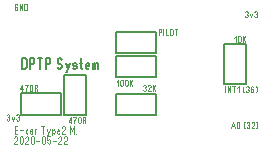
<source format=gbr>
%FSLAX34Y34*%
%MOMM*%
%LNCOPPER_BOTTOM*%
G71*
G01*
%ADD10C, 0.10*%
%ADD11C, 0.15*%
%ADD12C, 0.16*%
%ADD13C, 0.11*%
%LPD*%
G54D10*
X26467Y992473D02*
X27533Y992473D01*
X27533Y990806D01*
X27267Y990140D01*
X26733Y989806D01*
X26200Y989806D01*
X25667Y990140D01*
X25400Y990806D01*
X25400Y994140D01*
X25667Y994806D01*
X26200Y995140D01*
X26733Y995140D01*
X27267Y994806D01*
X27533Y994140D01*
G54D10*
X29400Y989806D02*
X29400Y995140D01*
X31533Y989806D01*
X31533Y995140D01*
G54D10*
X33400Y989806D02*
X33400Y995140D01*
X34733Y995140D01*
X35267Y994806D01*
X35533Y994140D01*
X35533Y990806D01*
X35267Y990140D01*
X34733Y989806D01*
X33400Y989806D01*
G54D10*
X18653Y900874D02*
X18920Y901541D01*
X19453Y901874D01*
X19986Y901874D01*
X20520Y901541D01*
X20786Y900874D01*
X20786Y900207D01*
X20520Y899541D01*
X19986Y899207D01*
X20520Y898874D01*
X20786Y898207D01*
X20786Y897541D01*
X20520Y896874D01*
X19986Y896541D01*
X19453Y896541D01*
X18920Y896874D01*
X18653Y897541D01*
G54D10*
X22653Y899541D02*
X23720Y896541D01*
X24786Y899541D01*
G54D10*
X26653Y900874D02*
X26920Y901541D01*
X27453Y901874D01*
X27986Y901874D01*
X28520Y901541D01*
X28786Y900874D01*
X28786Y900207D01*
X28520Y899541D01*
X27986Y899207D01*
X28520Y898874D01*
X28786Y898207D01*
X28786Y897541D01*
X28520Y896874D01*
X27986Y896541D01*
X27453Y896541D01*
X26920Y896874D01*
X26653Y897541D01*
G54D10*
X220266Y988186D02*
X220532Y988853D01*
X221066Y989186D01*
X221599Y989186D01*
X222132Y988853D01*
X222399Y988186D01*
X222399Y987520D01*
X222132Y986853D01*
X221599Y986520D01*
X222132Y986186D01*
X222399Y985520D01*
X222399Y984853D01*
X222132Y984186D01*
X221599Y983853D01*
X221066Y983853D01*
X220532Y984186D01*
X220266Y984853D01*
G54D10*
X224266Y986853D02*
X225332Y983853D01*
X226399Y986853D01*
G54D10*
X228266Y988186D02*
X228532Y988853D01*
X229066Y989186D01*
X229599Y989186D01*
X230132Y988853D01*
X230399Y988186D01*
X230399Y987520D01*
X230132Y986853D01*
X229599Y986520D01*
X230132Y986186D01*
X230399Y985520D01*
X230399Y984853D01*
X230132Y984186D01*
X229599Y983853D01*
X229066Y983853D01*
X228532Y984186D01*
X228266Y984853D01*
G54D10*
X203597Y920353D02*
X203597Y925686D01*
G54D10*
X205464Y920353D02*
X205464Y925686D01*
X207597Y920353D01*
X207597Y925686D01*
G54D10*
X210531Y920353D02*
X210531Y925686D01*
G54D10*
X209464Y925686D02*
X211597Y925686D01*
G54D10*
X213464Y923686D02*
X214797Y925686D01*
X214797Y920353D01*
G54D10*
X219384Y925686D02*
X218851Y925353D01*
X218584Y924686D01*
X218584Y921353D01*
X218851Y920686D01*
X219384Y920353D01*
G54D10*
X221251Y924686D02*
X221518Y925353D01*
X222051Y925686D01*
X222584Y925686D01*
X223118Y925353D01*
X223384Y924686D01*
X223384Y924020D01*
X223118Y923353D01*
X222584Y923020D01*
X223118Y922686D01*
X223384Y922020D01*
X223384Y921353D01*
X223118Y920686D01*
X222584Y920353D01*
X222051Y920353D01*
X221518Y920686D01*
X221251Y921353D01*
G54D10*
X227384Y924686D02*
X227118Y925353D01*
X226584Y925686D01*
X226051Y925686D01*
X225518Y925353D01*
X225251Y924686D01*
X225251Y923020D01*
X225251Y922686D01*
X226051Y923353D01*
X226584Y923353D01*
X227118Y923020D01*
X227384Y922353D01*
X227384Y921353D01*
X227118Y920686D01*
X226584Y920353D01*
X226051Y920353D01*
X225518Y920686D01*
X225251Y921353D01*
X225251Y923020D01*
G54D10*
X229251Y925686D02*
X229784Y925353D01*
X230051Y924686D01*
X230051Y921353D01*
X229784Y920686D01*
X229251Y920353D01*
G54D10*
X208756Y890191D02*
X210090Y895524D01*
X211423Y890191D01*
G54D10*
X209290Y892191D02*
X210890Y892191D01*
G54D10*
X213290Y890191D02*
X213290Y895524D01*
X214624Y895524D01*
X215157Y895191D01*
X215424Y894524D01*
X215424Y891191D01*
X215157Y890524D01*
X214624Y890191D01*
X213290Y890191D01*
G54D10*
X220010Y895524D02*
X219477Y895191D01*
X219210Y894524D01*
X219210Y891191D01*
X219477Y890524D01*
X220010Y890191D01*
G54D10*
X221877Y894524D02*
X222144Y895191D01*
X222677Y895524D01*
X223211Y895524D01*
X223744Y895191D01*
X224011Y894524D01*
X224011Y893857D01*
X223744Y893191D01*
X223211Y892857D01*
X223744Y892524D01*
X224011Y891857D01*
X224011Y891191D01*
X223744Y890524D01*
X223211Y890191D01*
X222677Y890191D01*
X222144Y890524D01*
X221877Y891191D01*
G54D10*
X228011Y890191D02*
X225877Y890191D01*
X225877Y890524D01*
X226144Y891191D01*
X227744Y893191D01*
X228011Y893857D01*
X228011Y894524D01*
X227744Y895191D01*
X227211Y895524D01*
X226677Y895524D01*
X226144Y895191D01*
X225877Y894524D01*
G54D10*
X229877Y895524D02*
X230411Y895191D01*
X230677Y894524D01*
X230677Y891191D01*
X230411Y890524D01*
X229877Y890191D01*
G54D11*
X67366Y935369D02*
X85366Y935369D01*
X85366Y901369D01*
X67366Y901369D01*
X67366Y935369D01*
G54D11*
X30330Y901497D02*
X30330Y919497D01*
X64330Y919497D01*
X64330Y901497D01*
X30330Y901497D01*
G54D10*
X31762Y921544D02*
X31762Y926877D01*
X30162Y923544D01*
X30162Y922877D01*
X32296Y922877D01*
G54D10*
X34162Y926877D02*
X36296Y926877D01*
X36029Y926210D01*
X35496Y925210D01*
X34962Y923877D01*
X34696Y922877D01*
X34696Y921544D01*
G54D10*
X40296Y925877D02*
X40296Y922544D01*
X40029Y921877D01*
X39496Y921544D01*
X38962Y921544D01*
X38429Y921877D01*
X38162Y922544D01*
X38162Y925877D01*
X38429Y926544D01*
X38962Y926877D01*
X39496Y926877D01*
X40029Y926544D01*
X40296Y925877D01*
G54D10*
X43229Y924210D02*
X44029Y923544D01*
X44296Y922877D01*
X44296Y921544D01*
G54D10*
X42162Y921544D02*
X42162Y926877D01*
X43496Y926877D01*
X44029Y926544D01*
X44296Y925877D01*
X44296Y925210D01*
X44029Y924544D01*
X43496Y924210D01*
X42162Y924210D01*
G54D10*
X72641Y894159D02*
X72641Y899493D01*
X71041Y896159D01*
X71041Y895493D01*
X73174Y895493D01*
G54D10*
X75041Y899493D02*
X77174Y899493D01*
X76907Y898826D01*
X76374Y897826D01*
X75841Y896493D01*
X75574Y895493D01*
X75574Y894159D01*
G54D10*
X81174Y898493D02*
X81174Y895159D01*
X80907Y894493D01*
X80374Y894159D01*
X79841Y894159D01*
X79307Y894493D01*
X79041Y895159D01*
X79041Y898493D01*
X79307Y899159D01*
X79841Y899493D01*
X80374Y899493D01*
X80907Y899159D01*
X81174Y898493D01*
G54D10*
X84107Y896826D02*
X84907Y896159D01*
X85174Y895493D01*
X85174Y894159D01*
G54D10*
X83041Y894159D02*
X83041Y899493D01*
X84374Y899493D01*
X84907Y899159D01*
X85174Y898493D01*
X85174Y897826D01*
X84907Y897159D01*
X84374Y896826D01*
X83041Y896826D01*
G54D11*
X144960Y971422D02*
X144960Y953422D01*
X110960Y953422D01*
X110960Y971422D01*
X144960Y971422D01*
G54D11*
X144960Y951182D02*
X144960Y933182D01*
X110960Y933182D01*
X110960Y951182D01*
X144960Y951182D01*
G54D10*
X111522Y929243D02*
X112855Y931243D01*
X112855Y925909D01*
G54D10*
X116855Y930243D02*
X116855Y926909D01*
X116589Y926243D01*
X116055Y925909D01*
X115522Y925909D01*
X114989Y926243D01*
X114722Y926909D01*
X114722Y930243D01*
X114989Y930909D01*
X115522Y931243D01*
X116055Y931243D01*
X116589Y930909D01*
X116855Y930243D01*
G54D10*
X120855Y930243D02*
X120855Y926909D01*
X120589Y926243D01*
X120055Y925909D01*
X119522Y925909D01*
X118989Y926243D01*
X118722Y926909D01*
X118722Y930243D01*
X118989Y930909D01*
X119522Y931243D01*
X120055Y931243D01*
X120589Y930909D01*
X120855Y930243D01*
G54D10*
X122722Y925909D02*
X122722Y931243D01*
G54D10*
X122722Y927576D02*
X124855Y931243D01*
G54D10*
X123522Y928576D02*
X124855Y925909D01*
G54D11*
X144960Y919432D02*
X144960Y901432D01*
X110960Y901432D01*
X110960Y919432D01*
X144960Y919432D01*
G54D10*
X134144Y925877D02*
X134410Y926544D01*
X134944Y926877D01*
X135477Y926877D01*
X136010Y926544D01*
X136277Y925877D01*
X136277Y925210D01*
X136010Y924544D01*
X135477Y924210D01*
X136010Y923877D01*
X136277Y923210D01*
X136277Y922544D01*
X136010Y921877D01*
X135477Y921544D01*
X134944Y921544D01*
X134410Y921877D01*
X134144Y922544D01*
G54D10*
X140277Y921544D02*
X138144Y921544D01*
X138144Y921877D01*
X138410Y922544D01*
X140010Y924544D01*
X140277Y925210D01*
X140277Y925877D01*
X140010Y926544D01*
X139477Y926877D01*
X138944Y926877D01*
X138410Y926544D01*
X138144Y925877D01*
G54D10*
X142144Y921544D02*
X142144Y926877D01*
G54D10*
X142144Y923210D02*
X144277Y926877D01*
G54D10*
X142944Y924210D02*
X144277Y921544D01*
G54D11*
X220700Y927166D02*
X202700Y927166D01*
X202700Y961166D01*
X220700Y961166D01*
X220700Y927166D01*
G54D10*
X211138Y966152D02*
X212471Y968152D01*
X212471Y962819D01*
G54D10*
X216471Y967152D02*
X216471Y963819D01*
X216204Y963152D01*
X215671Y962819D01*
X215138Y962819D01*
X214604Y963152D01*
X214338Y963819D01*
X214338Y967152D01*
X214604Y967819D01*
X215138Y968152D01*
X215671Y968152D01*
X216204Y967819D01*
X216471Y967152D01*
G54D10*
X218338Y962819D02*
X218338Y968152D01*
G54D10*
X218338Y964485D02*
X220471Y968152D01*
G54D10*
X219138Y965485D02*
X220471Y962819D01*
G54D10*
X147241Y968772D02*
X147241Y974105D01*
X148574Y974105D01*
X149107Y973772D01*
X149374Y973105D01*
X149374Y972438D01*
X149107Y971772D01*
X148574Y971438D01*
X147241Y971438D01*
G54D10*
X151241Y968772D02*
X151241Y974105D01*
G54D10*
X153108Y974105D02*
X153108Y968772D01*
X154974Y968772D01*
G54D10*
X158975Y973105D02*
X158975Y969772D01*
X158708Y969105D01*
X158175Y968772D01*
X157642Y968772D01*
X157108Y969105D01*
X156842Y969772D01*
X156842Y973105D01*
X157108Y973772D01*
X157642Y974105D01*
X158175Y974105D01*
X158708Y973772D01*
X158975Y973105D01*
G54D10*
X161908Y968772D02*
X161908Y974105D01*
G54D10*
X160842Y974105D02*
X162975Y974105D01*
G54D12*
X31750Y940197D02*
X31750Y949086D01*
X33972Y949086D01*
X34861Y948530D01*
X35306Y947419D01*
X35306Y941864D01*
X34861Y940752D01*
X33972Y940197D01*
X31750Y940197D01*
G54D12*
X38417Y940197D02*
X38417Y949086D01*
X40639Y949086D01*
X41528Y948530D01*
X41973Y947419D01*
X41973Y946308D01*
X41528Y945197D01*
X40639Y944641D01*
X38417Y944641D01*
G54D12*
X46862Y940197D02*
X46862Y949086D01*
G54D12*
X45084Y949086D02*
X48640Y949086D01*
G54D12*
X51751Y940197D02*
X51751Y949086D01*
X53973Y949086D01*
X54862Y948530D01*
X55307Y947419D01*
X55307Y946308D01*
X54862Y945197D01*
X53973Y944641D01*
X51751Y944641D01*
G54D12*
X61618Y941864D02*
X62062Y940752D01*
X62951Y940197D01*
X63840Y940197D01*
X64729Y940752D01*
X65174Y941864D01*
X65174Y942975D01*
X64729Y944086D01*
X63840Y944641D01*
X62951Y944641D01*
X62062Y945197D01*
X61618Y946308D01*
X61618Y947419D01*
X62062Y948530D01*
X62951Y949086D01*
X63840Y949086D01*
X64729Y948530D01*
X65174Y947419D01*
G54D12*
X68285Y945197D02*
X70063Y940197D01*
X71841Y945197D01*
G54D12*
X70063Y940197D02*
X69618Y938530D01*
X69174Y937975D01*
X68729Y937975D01*
G54D12*
X74952Y940752D02*
X75841Y940197D01*
X76730Y940197D01*
X77619Y940752D01*
X77619Y941864D01*
X77174Y942419D01*
X75396Y942975D01*
X74952Y943530D01*
X74952Y944641D01*
X75841Y945197D01*
X76730Y945197D01*
X77619Y944641D01*
G54D12*
X81619Y949086D02*
X81619Y940752D01*
X82063Y940197D01*
X82508Y940419D01*
G54D12*
X80730Y945197D02*
X82508Y945197D01*
G54D12*
X88286Y940752D02*
X87575Y940197D01*
X86686Y940197D01*
X85797Y940752D01*
X85619Y941864D01*
X85619Y943752D01*
X86063Y944864D01*
X86952Y945197D01*
X87841Y944864D01*
X88286Y944086D01*
X88286Y942975D01*
X85619Y942975D01*
G54D12*
X91397Y940197D02*
X91397Y945197D01*
G54D12*
X91397Y944308D02*
X92286Y945197D01*
X93175Y944864D01*
X93619Y944086D01*
X93619Y940197D01*
G54D12*
X93619Y944308D02*
X94508Y945197D01*
X95397Y944864D01*
X95841Y944086D01*
X95841Y940197D01*
G54D13*
X27497Y876840D02*
X25008Y876840D01*
X25008Y877229D01*
X25319Y878006D01*
X27186Y880340D01*
X27497Y881118D01*
X27497Y881895D01*
X27186Y882673D01*
X26564Y883062D01*
X25941Y883062D01*
X25319Y882673D01*
X25008Y881895D01*
G54D13*
X32164Y881895D02*
X32164Y878006D01*
X31853Y877229D01*
X31231Y876840D01*
X30608Y876840D01*
X29986Y877229D01*
X29675Y878006D01*
X29675Y881895D01*
X29986Y882673D01*
X30608Y883062D01*
X31231Y883062D01*
X31853Y882673D01*
X32164Y881895D01*
G54D13*
X36831Y876840D02*
X34342Y876840D01*
X34342Y877229D01*
X34653Y878006D01*
X36520Y880340D01*
X36831Y881118D01*
X36831Y881895D01*
X36520Y882673D01*
X35898Y883062D01*
X35275Y883062D01*
X34653Y882673D01*
X34342Y881895D01*
G54D13*
X41498Y881895D02*
X41498Y878006D01*
X41187Y877229D01*
X40565Y876840D01*
X39942Y876840D01*
X39320Y877229D01*
X39009Y878006D01*
X39009Y881895D01*
X39320Y882673D01*
X39942Y883062D01*
X40565Y883062D01*
X41187Y882673D01*
X41498Y881895D01*
G54D13*
X43676Y879562D02*
X46165Y879562D01*
G54D13*
X50832Y881895D02*
X50832Y878006D01*
X50521Y877229D01*
X49899Y876840D01*
X49276Y876840D01*
X48654Y877229D01*
X48343Y878006D01*
X48343Y881895D01*
X48654Y882673D01*
X49276Y883062D01*
X49899Y883062D01*
X50521Y882673D01*
X50832Y881895D01*
G54D13*
X55499Y883062D02*
X53010Y883062D01*
X53010Y880340D01*
X53321Y880340D01*
X53943Y880729D01*
X54566Y880729D01*
X55188Y880340D01*
X55499Y879562D01*
X55499Y878006D01*
X55188Y877229D01*
X54566Y876840D01*
X53943Y876840D01*
X53321Y877229D01*
X53010Y878006D01*
G54D13*
X57677Y879562D02*
X60166Y879562D01*
G54D13*
X64833Y876840D02*
X62344Y876840D01*
X62344Y877229D01*
X62655Y878006D01*
X64522Y880340D01*
X64833Y881118D01*
X64833Y881895D01*
X64522Y882673D01*
X63900Y883062D01*
X63277Y883062D01*
X62655Y882673D01*
X62344Y881895D01*
G54D13*
X69500Y876840D02*
X67011Y876840D01*
X67011Y877229D01*
X67322Y878006D01*
X69189Y880340D01*
X69500Y881118D01*
X69500Y881895D01*
X69189Y882673D01*
X68567Y883062D01*
X67944Y883062D01*
X67322Y882673D01*
X67011Y881895D01*
G54D13*
X27583Y885571D02*
X25405Y885571D01*
X25405Y891793D01*
X27583Y891793D01*
G54D13*
X25405Y888682D02*
X27583Y888682D01*
G54D13*
X29761Y888293D02*
X32250Y888293D01*
G54D13*
X35983Y888838D02*
X35361Y889071D01*
X34739Y888838D01*
X34428Y888060D01*
X34428Y886504D01*
X34739Y885727D01*
X35361Y885571D01*
X35983Y885727D01*
G54D13*
X38162Y888682D02*
X38784Y889071D01*
X39531Y889071D01*
X40029Y888293D01*
X40029Y885571D01*
G54D13*
X40029Y886738D02*
X39717Y887515D01*
X39095Y887671D01*
X38473Y887515D01*
X38162Y886738D01*
X38286Y885960D01*
X38784Y885571D01*
X39095Y885571D01*
X39220Y885571D01*
X39717Y885960D01*
X40029Y886738D01*
G54D13*
X42207Y885571D02*
X42207Y889071D01*
G54D13*
X42207Y888293D02*
X42829Y889071D01*
X43451Y889071D01*
G54D13*
X49113Y885571D02*
X49113Y891793D01*
G54D13*
X47869Y891793D02*
X50358Y891793D01*
G54D13*
X52536Y889071D02*
X53780Y885571D01*
X55025Y889071D01*
G54D13*
X53780Y885571D02*
X53469Y884404D01*
X53158Y884015D01*
X52847Y884015D01*
G54D13*
X57203Y889071D02*
X57203Y884015D01*
G54D13*
X57203Y886738D02*
X57514Y885727D01*
X58136Y885571D01*
X58758Y885727D01*
X59070Y886504D01*
X59070Y888060D01*
X58758Y888838D01*
X58136Y889071D01*
X57514Y888838D01*
X57203Y887904D01*
G54D13*
X63115Y885960D02*
X62617Y885571D01*
X61995Y885571D01*
X61372Y885960D01*
X61248Y886738D01*
X61248Y888060D01*
X61559Y888838D01*
X62181Y889071D01*
X62803Y888838D01*
X63115Y888293D01*
X63115Y887515D01*
X61248Y887515D01*
G54D13*
X67782Y885571D02*
X65293Y885571D01*
X65293Y885960D01*
X65604Y886738D01*
X67471Y889071D01*
X67782Y889849D01*
X67782Y890627D01*
X67471Y891404D01*
X66848Y891793D01*
X66226Y891793D01*
X65604Y891404D01*
X65293Y890627D01*
G54D13*
X72200Y885571D02*
X72200Y891793D01*
X73755Y887904D01*
X75311Y891793D01*
X75311Y885571D01*
G54D13*
X77489Y885571D02*
X77489Y885571D01*
M02*

</source>
